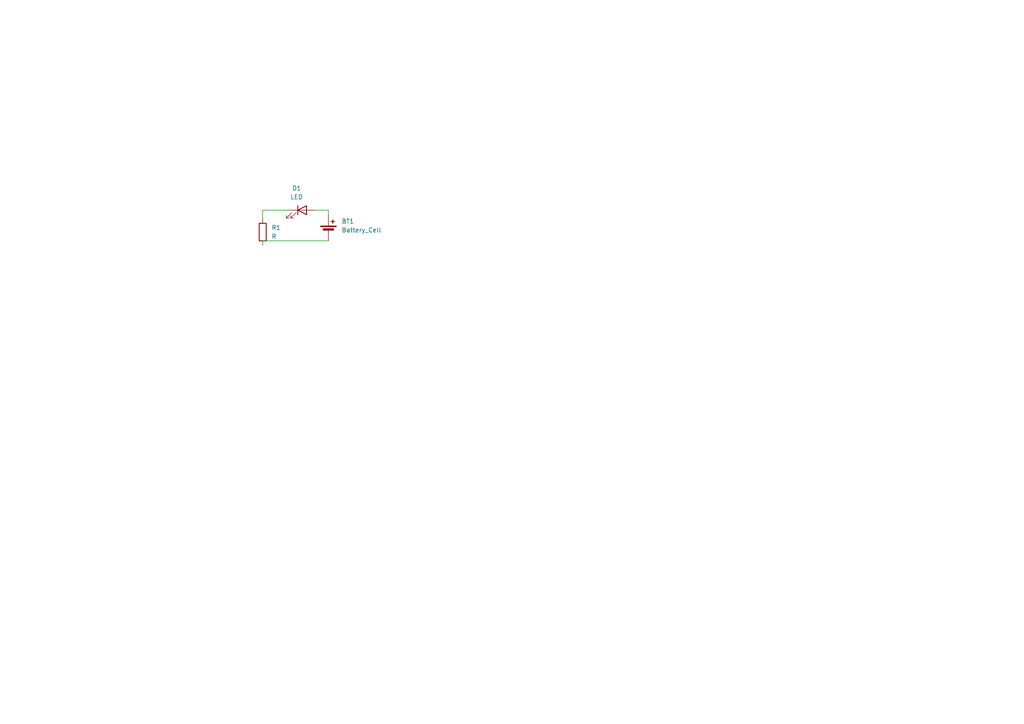
<source format=kicad_sch>
(kicad_sch (version 20231120) (generator "eeschema") (generator_version "8.0")
  (paper "A4")
  (title_block (title "Eder's intro") (date "2024-10-29") (rev "1.0") (company "Formula Slug"))
  (lib_symbols
    (symbol "Device:Battery_Cell" (pin_numbers hide) (pin_names (offset 0) hide)
      (property "Reference" "BT" (at 2.54 2.54 0))
      (property "Value" "Battery_Cell" (at 2.54 0 0))
      (symbol "Battery_Cell_0_1"
        (rectangle (start -2.286 1.778) (end 2.286 1.524) (fill (type outline)))
        (rectangle (start -1.524 1.016) (end 1.524 0.508) (fill (type outline)))
        (polyline (pts (xy 0 0.762) (xy 0 0)))
        (polyline (pts (xy 0 1.778) (xy 0 2.54)))
        (polyline (pts (xy 0.762 3.048) (xy 1.778 3.048)) (stroke (width 0.254)))
        (polyline (pts (xy 1.27 3.556) (xy 1.27 2.54)) (stroke (width 0.254)))
      )
      (symbol "Battery_Cell_1_1"
        (pin passive line (at 0 5.08 270) (length 2.54) (name "+") (number "1"))
        (pin passive line (at 0 -2.54 90) (length 2.54) (name "-") (number "2"))
      )
    )
    (symbol "Device:LED" (pin_numbers hide) (pin_names (offset 1.016) hide)
      (property "Reference" "D" (at 0 2.54 0))
      (property "Value" "LED" (at 0 -2.54 0))
      (symbol "LED_0_1"
        (polyline (pts (xy -1.27 -1.27) (xy -1.27 1.27)) (stroke (width 0.254)))
        (polyline (pts (xy -1.27 0) (xy 1.27 0)))
        (polyline (pts (xy 1.27 -1.27) (xy 1.27 1.27) (xy -1.27 0) (xy 1.27 -1.27)) (stroke (width 0.254)))
        (polyline (pts (xy -3.048 -0.762) (xy -4.572 -2.286) (xy -3.81 -2.286) (xy -4.572 -2.286) (xy -4.572 -1.524)))
        (polyline (pts (xy -1.778 -0.762) (xy -3.302 -2.286) (xy -2.54 -2.286) (xy -3.302 -2.286) (xy -3.302 -1.524)))
      )
      (symbol "LED_1_1"
        (pin passive line (at -3.81 0 0) (length 2.54) (name "K") (number "1"))
        (pin passive line (at 3.81 0 180) (length 2.54) (name "A") (number "2"))
      )
    )
    (symbol "Device:R" (pin_numbers hide) (pin_names (offset 0))
      (property "Reference" "R" (at 2.032 0 90))
      (property "Value" "R" (at 0 0 90))
      (symbol "R_0_1"
        (rectangle (start -1.016 -2.54) (end 1.016 2.54) (stroke (width 0.254)))
      )
      (symbol "R_1_1"
        (pin passive line (at 0 3.81 270) (length 1.27) (name "~") (number "1"))
        (pin passive line (at 0 -3.81 90) (length 1.27) (name "~") (number "2"))
      )
    )
  )
  (wire (pts (xy 76.2 63.5) (xy 76.2 60.96)))
  (wire (pts (xy 76.2 60.96) (xy 83.82 60.96)))
  (wire (pts (xy 95.25 62.23) (xy 95.25 60.96)))
  (wire (pts (xy 95.25 69.85) (xy 76.2 69.85)))
  (wire (pts (xy 76.2 69.85) (xy 76.2 71.12)))
  (wire (pts (xy 95.25 60.96) (xy 91.44 60.96)))
  (symbol (lib_id "Device:Battery_Cell") (at 95.25 67.31 0) (unit 1)
    (property "Reference" "BT1" (at 99.06 64.1984 0) (effects (justify left)))
    (property "Value" "Battery_Cell" (at 99.06 66.7384 0) (effects (justify left)))
    (property "Footprint" "Inductor_SMD:L_Neosid_Ms95" (effects (hide yes)))
    (property "Description" "Single-cell battery" (effects (hide yes)))
  )
  (symbol (lib_id "Device:LED") (at 87.63 60.96 0) (unit 1)
    (property "Reference" "D1" (at 86.0425 54.61 0))
    (property "Value" "LED" (at 86.0425 57.15 0))
    (property "Footprint" "LED_SMD:LED_RGB_Lumex_SML-LXT0805SIUGUBW" (effects (hide yes)))
    (property "Description" "Light emitting diode" (effects (hide yes)))
  )
  (symbol (lib_id "Device:R") (at 76.2 67.31 0) (unit 1)
    (property "Reference" "R1" (at 78.74 66.0399 0) (effects (justify left)))
    (property "Value" "R" (at 78.74 68.5799 0) (effects (justify left)))
    (property "Footprint" "LED_SMD:LED_RGB_Lumex_SML-LXT0805SIUGUBW" (effects (hide yes)))
    (property "Description" "Resistor" (effects (hide yes)))
  )
)
</source>
